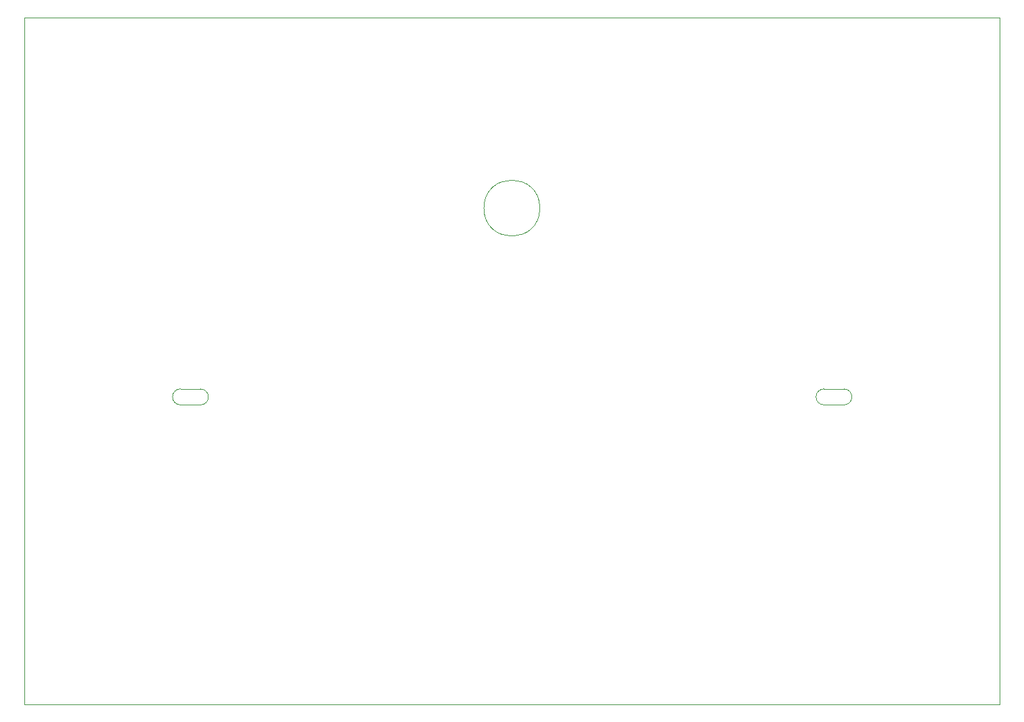
<source format=gbr>
G04 #@! TF.GenerationSoftware,KiCad,Pcbnew,(5.1.6-0-10_14)*
G04 #@! TF.CreationDate,2020-06-12T13:27:27+08:00*
G04 #@! TF.ProjectId,Kinesis,4b696e65-7369-4732-9e6b-696361645f70,rev?*
G04 #@! TF.SameCoordinates,Original*
G04 #@! TF.FileFunction,Profile,NP*
%FSLAX46Y46*%
G04 Gerber Fmt 4.6, Leading zero omitted, Abs format (unit mm)*
G04 Created by KiCad (PCBNEW (5.1.6-0-10_14)) date 2020-06-12 13:27:27*
%MOMM*%
%LPD*%
G01*
G04 APERTURE LIST*
G04 #@! TA.AperFunction,Profile*
%ADD10C,0.050000*%
G04 #@! TD*
G04 APERTURE END LIST*
D10*
X192401100Y-79503600D02*
G75*
G03*
X191401100Y-78503600I-1000000J0D01*
G01*
X191401100Y-80503600D02*
G75*
G03*
X192401100Y-79503600I0J1000000D01*
G01*
X187901100Y-79503600D02*
G75*
G03*
X188901100Y-80503600I1000000J0D01*
G01*
X188901100Y-78503600D02*
G75*
G03*
X187901100Y-79503600I0J-1000000D01*
G01*
X111901100Y-79503600D02*
G75*
G03*
X110901100Y-78503600I-1000000J0D01*
G01*
X110901100Y-80503600D02*
G75*
G03*
X111901100Y-79503600I0J1000000D01*
G01*
X107401100Y-79503600D02*
G75*
G03*
X108401100Y-80503600I1000000J0D01*
G01*
X108401100Y-78503600D02*
G75*
G03*
X107401100Y-79503600I0J-1000000D01*
G01*
X188901100Y-78503600D02*
X191401100Y-78503600D01*
X108401100Y-78503600D02*
X110901100Y-78503600D01*
X188901100Y-80503600D02*
X191401100Y-80503600D01*
X108401100Y-80503600D02*
X110901100Y-80503600D01*
X88901100Y-32003600D02*
X88901100Y-118003600D01*
X210901100Y-32003600D02*
X88901100Y-32003600D01*
X210901100Y-118003600D02*
X210901100Y-32003600D01*
X88901100Y-118003600D02*
X210901100Y-118003600D01*
X153360000Y-55880000D02*
G75*
G03*
X153360000Y-55880000I-3500000J0D01*
G01*
M02*

</source>
